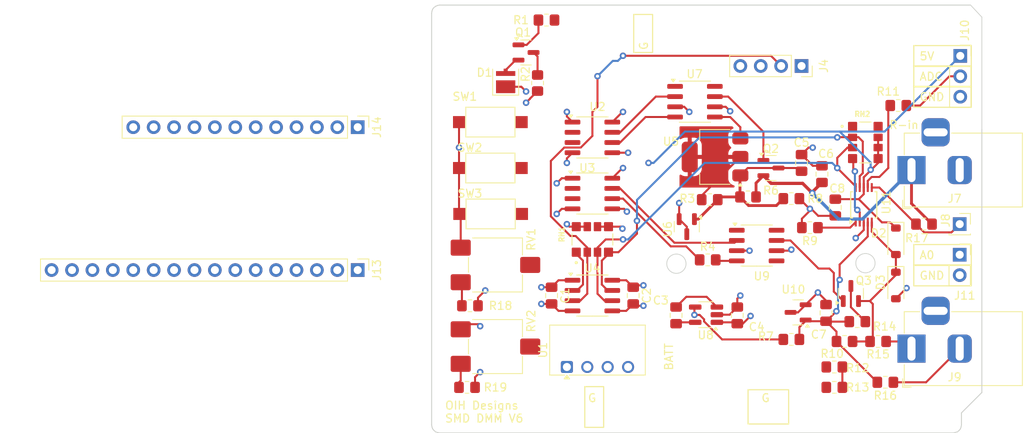
<source format=kicad_pcb>
(kicad_pcb (version 20241229) (generator "pcbnew") (generator_version "9.0")
  (layers (0 "F.Cu" signal) (4 "In1.Cu" signal) (6 "In2.Cu" signal) (2 "B.Cu" signal) (13 "F.Paste" user) (15 "B.Paste" user) (5 "F.SilkS" user "F.Silkscreen") (7 "B.SilkS" user "B.Silkscreen") (1 "F.Mask" user) (3 "B.Mask" user) (25 "Edge.Cuts" user))
  (net 0 "")
  (net 1 "GND")
  (net 2 "Resistor_Input")
  (net 3 "SDA")
  (net 4 "D6~")
  (net 5 "+9V")
  (net 6 "SCL")
  (net 7 "V_Input_REF")
  (net 8 "V_Input_Float")
  (net 9 "ADS_ADDR")
  (net 10 "/R Circuit I Output")
  (net 11 "ADS_ALERT")
  (net 12 "A0{slash}D14")
  (net 13 "D3~")
  (net 14 "VDD")
  (net 15 "I_Input")
  (net 16 "D5~ (IR)")
  (net 17 "A1{slash}D15")
  (net 18 "Net-(Q2-G)")
  (net 19 "A3{slash}D17")
  (net 20 "Bat")
  (net 21 "MO")
  (net 22 "D24")
  (net 24 "SDA-5V")
  (net 25 "SCL-5V")
  (net 26 "/R into ADS")
  (net 27 "D25")
  (net 28 "/Driver_U2_Out_B")
  (net 29 "/Driver_U4_Out_A")
  (net 30 "/Driver_U4_Out_B")
  (net 31 "/ADC-1")
  (net 32 "/V Ref to ADS-0")
  (net 33 "/Driver_U4_In_B")
  (net 34 "Gnd-iso")
  (net 35 "5V-iso")
  (net 36 "/Driver_U4_In_A")
  (net 37 "/Driver_U2_In_A")
  (net 38 "/Driver_U2_In_B")
  (net 39 "SCK")
  (net 40 "A2{slash}D16")
  (net 41 "RX")
  (net 42 "D8")
  (net 43 "D4")
  (net 44 "TX")
  (net 45 "MI")
  (net 46 "D10")
  (net 47 "D13")
  (net 48 "D12")
  (net 51 "Net-(U8-C1-)")
  (net 52 "Net-(U8-C1+)")
  (net 53 "Net-(D1-A)")
  (net 54 "D9")
  (net 55 "D11")
  (net 56 "USB")
  (net 57 "EN")
  (net 58 "Net-(J10-Pin_2)")
  (net 59 "Net-(Q1-C)")
  (net 60 "Net-(Q1-B)")
  (net 61 "Net-(Q3-D)")
  (net 62 "Net-(U5-VO)")
  (net 63 "Net-(U3-VOB)")
  (net 69 "Net-(R18-Pad1)")
  (net 70 "Net-(R19-Pad1)")
  (footprint "Capacitor_SMD:C_0805_2012Metric_Pad1.18x1.45mm_HandSolder" (layer "F.Cu") (at 128.660305 73.49413 90)
    (property "Reference" "C8")
    (property "Value" "0.1uF")
  )
  (footprint "Connector_PinHeader_2.54mm:PinHeader_1x12_P2.54mm_Vertical" (layer "F.Cu") (at 69.215 63.5 -90)
    (property "Reference" "J14")
    (property "Value" "Conn_01x12_Socket")
  )
  (footprint "Resistor_SMD:R_0805_2012Metric_Pad1.20x1.40mm_HandSolder" (layer "F.Cu") (at 128.54 95.88 180)
    (property "Reference" "R13")
    (property "Value" "100K")
  )
  (footprint "Connector_PinSocket_2.54mm:PinSocket_1x01_P2.54mm_Vertical" (layer "F.Cu") (at 144.145 75.565)
    (property "Reference" "J8")
    (property "Value" "Conn_01x01_Socket")
  )
  (footprint "Potentiometer_SMD:Potentiometer_ACP_CA6-VSMD_Vertical" (layer "F.Cu") (at 86.36 90.805)
    (property "Reference" "RV2")
    (property "Value" "R_Potentiometer_US")
  )
  (footprint "Package_SO:SOIC-8_3.9x4.9mm_P1.27mm" (layer "F.Cu") (at 98.425 71.755)
    (property "Reference" "U3")
    (property "Value" "ADuM1200AR")
  )
  (footprint "Resistor_SMD:R_0805_2012Metric_Pad1.20x1.40mm_HandSolder" (layer "F.Cu") (at 82.82 95.885)
    (property "Reference" "R19")
    (property "Value" "1K")
  )
  (footprint "Resistor_SMD:R_0805_2012Metric_Pad1.20x1.40mm_HandSolder" (layer "F.Cu") (at 123.19 89.916)
    (property "Reference" "R7")
    (property "Value" "4.7K")
  )
  (footprint "Package_TO_SOT_SMD:SOT-223-3_TabPin2" (layer "F.Cu") (at 113.69 67.19875 180)
    (property "Reference" "U5")
    (property "Value" "LM317_TO-220")
  )
  (footprint "Resistor_SMD:R_0805_2012Metric_Pad1.20x1.40mm_HandSolder" (layer "F.Cu") (at 125.5 76 180)
    (property "Reference" "R9")
    (property "Value" "0")
  )
  (footprint "Library:RESCAXS127P508X320X70-8N" (layer "F.Cu") (at 98.425 77.47 90)
    (property "Reference" "RN1")
    (property "Value" "10k x4")
  )
  (footprint "Package_SO:TSSOP-10_3x3mm_P0.5mm" (layer "F.Cu") (at 132.200305 73.15913 90)
    (property "Reference" "U11")
    (property "Value" "ADS1115IDGS")
  )
  (footprint "Resistor_SMD:R_0805_2012Metric_Pad1.20x1.40mm_HandSolder" (layer "F.Cu") (at 134.89 95.25 180)
    (property "Reference" "R16")
    (property "Value" "499.0K")
  )
  (footprint "Resistor_SMD:R_0805_2012Metric_Pad1.20x1.40mm_HandSolder" (layer "F.Cu") (at 129.81 90.17)
    (property "Reference" "R10")
    (property "Value" "1M")
  )
  (footprint "Package_TO_SOT_SMD:SOT-23" (layer "F.Cu") (at 124.0305 86.548 180)
    (property "Reference" "U10")
    (property "Value" "LM4040DBZ-2.5")
  )
  (footprint "Resistor_SMD:R_0805_2012Metric_Pad1.20x1.40mm_HandSolder" (layer "F.Cu") (at 128.54 93.345)
    (property "Reference" "R12")
    (property "Value" "22K")
  )
  (footprint "Connector_PinHeader_2.54mm:PinHeader_1x16_P2.54mm_Vertical" (layer "F.Cu") (at 69.215 81.28 -90)
    (property "Reference" "J13")
    (property "Value" "Conn_01x16_Socket")
  )
  (footprint "Connector_PinSocket_2.54mm:PinSocket_1x03_P2.54mm_Vertical" (layer "F.Cu") (at 144.215 54.625)
    (property "Reference" "J10")
    (property "Value" "I_Input")
  )
  (footprint "Resistor_SMD:R_0805_2012Metric_Pad1.20x1.40mm_HandSolder" (layer "F.Cu") (at 113.03 72.51875)
    (property "Reference" "R3")
    (property "Value" "62.0")
  )
  (footprint "Resistor_SMD:R_0805_2012Metric_Pad1.20x1.40mm_HandSolder" (layer "F.Cu") (at 117.795 72.17875)
    (property "Reference" "R6")
    (property "Value" "22.0K")
  )
  (footprint "Button_Switch_SMD:SW_SPST_CK_RS282G05A3" (layer "F.Cu") (at 85.762 74.295 180)
    (property "Reference" "SW3")
    (property "Value" "SW_Push")
  )
  (footprint "Resistor_SMD:R_0805_2012Metric_Pad1.20x1.40mm_HandSolder" (layer "F.Cu") (at 91.6 58 -90)
    (property "Reference" "R2")
    (property "Value" "500")
  )
  (footprint "Capacitor_SMD:C_0805_2012Metric_Pad1.18x1.45mm_HandSolder" (layer "F.Cu") (at 108.842903 86.919187 -90)
    (property "Reference" "C3")
    (property "Value" "4.7uF")
  )
  (footprint "Button_Switch_SMD:SW_SPST_CK_RS282G05A3" (layer "F.Cu") (at 85.725 68.58 180)
    (property "Reference" "SW2")
    (property "Value" "SW_Push")
  )
  (footprint "Package_TO_SOT_SMD:SOT-23" (layer "F.Cu") (at 110.175 75.88 -90)
    (property "Reference" "U6")
    (property "Value" "LM4040DBZ-5")
  )
  (footprint "Button_Switch_SMD:SW_SPST_CK_RS282G05A3" (layer "F.Cu") (at 85.725 62.865 180)
    (property "Reference" "SW1")
    (property "Value" "SW_Push")
  )
  (footprint "Capacitor_SMD:C_0805_2012Metric_Pad1.18x1.45mm_HandSolder" (layer "F.Cu") (at 93.345 84.455 -90)
    (property "Reference" "C1")
    (property "Value" "0.1uF")
  )
  (footprint "Connector_PinSocket_2.54mm:PinSocket_1x02_P2.54mm_Vertical" (layer "F.Cu") (at 144.145 79.375)
    (property "Reference" "J11")
    (property "Value" "Conn_01x02_Pin")
  )
  (footprint "Resistor_SMD:R_0805_2012Metric_Pad1.20x1.40mm_HandSolder" (layer "F.Cu") (at 133.985 90.17 180)
    (property "Reference" "R15")
    (property "Value" "499.0K")
  )
  (footprint "Resistor_SMD:R_0805_2012Metric_Pad1.20x1.40mm_HandSolder" (layer "F.Cu") (at 112.776 80.01)
    (property "Reference" "R4")
    (property "Value" "0")
  )
  (footprint "Capacitor_SMD:C_0805_2012Metric_Pad1.18x1.45mm_HandSolder" (layer "F.Cu") (at 103.505 84.455 -90)
    (property "Reference" "C2")
    (property "Value" "0.1uF")
  )
  (footprint "Resistor_SMD:R_0805_2012Metric_Pad1.20x1.40mm_HandSolder" (layer "F.Cu") (at 136.5 60.8)
    (property "Reference" "R11")
    (property "Value" "0")
  )
  (footprint "Package_TO_SOT_SMD:SOT-23-5_HandSoldering" (layer "F.Cu") (at 112.572903 86.836687 180)
    (property "Reference" "U8")
    (property "Value" "MAX1683")
  )
  (footprint "Connector_BarrelJack:BarrelJack_Horizontal" (layer "F.Cu") (at 138.145 91.06 180)
    (property "Reference" "J9")
    (property "Value" "Barrel_Jack")
  )
  (footprint "Package_SO:SOIC-8_3.9x4.9mm_P1.27mm" (layer "F.Cu") (at 118.872 78.232)
    (property "Reference" "U9")
    (property "Value" "IX4426N")
  )
  (footprint "Package_TO_SOT_SMD:SOT-23" (layer "F.Cu") (at 120.65 68.58)
    (property "Reference" "Q2")
    (property "Value" "AO3400A MOSFET")
  )
  (footprint "Diode_SMD:D_SOD-123" (layer "F.Cu") (at 136.2 77.7 -90)
    (property "Reference" "D2")
    (property "Value" "D_Schottky")
  )
  (footprint "Resistor_SMD:R_0805_2012Metric_Pad1.20x1.40mm_HandSolder" (layer "F.Cu") (at 123.19 72.39 180)
    (property "Reference" "R8")
    (property "Value" "330.0")
  )
  (footprint "Resistor_SMD:R_0805_2012Metric_Pad1.20x1.40mm_HandSolder" (layer "F.Cu") (at 131.4 87.7 180)
    (property "Reference" "R14")
    (property "Value" "15K")
  )
  (footprint "Capacitor_SMD:C_0805_2012Metric_Pad1.18x1.45mm_HandSolder" (layer "F.Cu") (at 116.462903 86.919187 90)
    (property "Reference" "C4")
    (property "Value" "4.7uF")
  )
  (footprint "Resistor_SMD:R_0805_2012Metric_Pad1.20x1.40mm_HandSolder" (layer "F.Cu") (at 139.7 75.565)
    (property "Reference" "R17")
    (property "Value" "0")
  )
  (footprint "Package_TO_SOT_SMD:SOT-23" (layer "F.Cu") (at 90.1625 54.2)
    (property "Reference" "Q1")
    (property "Value" "MMBT3904" (hide yes))
  )
  (footprint "Diode_SMD:D_SOD-123" (layer "F.Cu") (at 136.2 83.2 -90)
    (property "Reference" "D3")
    (property "Value" "D_Schottky")
  )
  (footprint "Package_TO_SOT_SMD:SOT-23" (layer "F.Cu") (at 130.6 84.2 90)
    (property "Reference" "Q3")
    (property "Value" "AO3400A MOSFET")
  )
  (footprint "Converter_DCDC:Converter_DCDC_TRACO_TEA1-xxxx_THT" (layer "F.Cu") (at 95.25 93.345 90)
    (property "Reference" "U1")
    (property "Value" "RFM-0505S")
  )
  (footprint "Capacitor_SMD:C_0805_2012Metric_Pad1.18x1.45mm_HandSolder" (layer "F.Cu") (at 124.46 67.945 90)
    (property "Reference" "C5")
    (property "Value" "1uF")
  )
  (footprint "Connector_BarrelJack:BarrelJack_Horizontal" (layer "F.Cu") (at 138.145 68.835 180)
    (property "Reference" "J7")
    (property "Value" "Barrel_Jack")
  )
  (footprint "Capacitor_SMD:C_0805_2012Metric_Pad1.18x1.45mm_HandSolder" (layer "F.Cu") (at 127 69.342 90)
    (property "Reference" "C6")
    (property "Value" "2.2uF")
  )
  (footprint "Resistor_SMD:R_0805_2012Metric_Pad1.20x1.40mm_HandSolder" (layer "F.Cu") (at 92.71 50.165 180)
    (property "Reference" "R1")
    (property "Value" "1K")
  )
  (footprint "Capacitor_SMD:C_0805_2012Metric_Pad1.18x1.45mm_HandSolder" (layer "F.Cu") (at 127.508 86.614 -90)
    (property "Reference" "C7")
    (property "Value" "0.1uF")
  )
  (footprint "Potentiometer_SMD:Potentiometer_ACP_CA6-VSMD_Vertical" (layer "F.Cu") (at 86.36 80.645)
    (property "Reference" "RV1")
    (property "Value" "06TR4FA103DPR")
  )
  (footprint "Connector_PinSocket_2.54mm:PinSocket_1x04_P2.54mm_Vertical" (layer "F.Cu") (at 124.46 55.88 -90)
    (property "Reference" "J4")
    (property "Value" "Out to Screen")
  )
  (footprint "LED_SMD:LED_Luminus_MP-3030-1100_3.0x3.0mm" (layer "F.Cu") (at 87.63 57.89 90)
    (property "Reference" "D1")
    (property "Value" "LED")
  )
  (footprint "Resistor_SMD:R_0805_2012Metric_Pad1.20x1.40mm_HandSolder" (layer "F.Cu") (at 83.185 85.725)
    (property "Reference" "R18")
    (property "Value" "1K")
  )
  (footprint "Package_SO:SOIC-8_3.9x4.9mm_P1.27mm" (layer "F.Cu") (at 98.425 84.455)
    (property "Reference" "U4")
    (property "Value" "ISO1540")
  )
  (footprint "Package_SO:SOIC-8_3.9x4.9mm_P1.27mm" (layer "F.Cu") (at 98.425 64.77)
    (property "Reference" "U2")
    (property "Value" "ADuM1200AR")
  )
  (footprint "Library:RESCAXS127P508X320X70-8N" (layer "F.Cu") (at 132.4 65.4)
    (property "Reference" "RN2")
    (property "Value" "1K x4")
  )
  (footprint "Package_SO:SOIC-8_3.9x4.9mm_P1.27mm" (layer "F.Cu") (at 111.19 60.325)
    (property "Reference" "U7")
    (property "Value" "IX4426N")
  )
  (gr_rect (start 138.43 78.105) (end 145.585 80.705) (stroke (width 0.15)) (fill no) (layer "F.SilkS"))
  (gr_rect (start 103.567758 49.467044) (end 105.91855 54.201136) (stroke (width 0.15)) (fill no) (layer "F.SilkS"))
  (gr_rect (start 138.43 80.645) (end 145.585 83.245) (stroke (width 0.15)) (fill no) (layer "F.SilkS"))
  (gr_rect (start 117.800432 96.176612) (end 122.849754 100.44112) (stroke (width 0.15)) (fill no) (layer "F.SilkS"))
  (gr_rect (start 97.477467 95.788603) (end 99.825034 100.86181) (stroke (width 0.15)) (fill no) (layer "F.SilkS"))
  (gr_rect (start 138.43 53.34) (end 145.585 55.94) (stroke (width 0.15)) (fill no) (layer "F.SilkS"))
  (gr_rect (start 138.43 55.88) (end 145.585 58.48) (stroke (width 0.15)) (fill no) (layer "F.SilkS"))
  (gr_rect (start 138.43 58.42) (end 145.585 61.02) (stroke (width 0.15)) (fill no) (layer "F.SilkS"))
  (gr_line (start 79.155572 48.342318) (end 79.409482 48.3) (stroke (width 0.12)) (layer "Edge.Cuts"))
  (gr_line (start 78.711229 48.596228) (end 78.922821 48.448114) (stroke (width 0.12)) (layer "Edge.Cuts"))
  (gr_line (start 78.922821 101.423045) (end 78.711229 101.253771) (stroke (width 0.12)) (layer "Edge.Cuts"))
  (gr_line (start 146.899617 96.521794) (end 144.360514 99.060897) (stroke (width 0.12)) (layer "Edge.Cuts"))
  (gr_line (start 79.409482 48.3) (end 145.5 48.3) (stroke (width 0.12)) (layer "Edge.Cuts"))
  (gr_line (start 79.155572 101.507681) (end 78.922821 101.423045) (stroke (width 0.12)) (layer "Edge.Cuts"))
  (gr_line (start 144.318196 100.809428) (end 144.233559 101.042179) (stroke (width 0.12)) (layer "Edge.Cuts"))
  (gr_line (start 144.233559 101.042179) (end 144.064285 101.253771) (stroke (width 0.12)) (layer "Edge.Cuts"))
  (gr_line (start 78.415 49.315641) (end 78.457318 49.040571) (stroke (width 0.12)) (layer "Edge.Cuts"))
  (gr_line (start 144.360514 99.060897) (end 144.360514 100.555518) (stroke (width 0.12)) (layer "Edge.Cuts"))
  (gr_line (start 145.5 48.3) (end 146.9 49.8) (stroke (width 0.1)) (layer "Edge.Cuts"))
  (gr_line (start 78.457318 100.809428) (end 78.415 100.555518) (stroke (width 0.12)) (layer "Edge.Cuts"))
  (gr_line (start 143.852694 101.423045) (end 143.366032 101.55) (stroke (width 0.12)) (layer "Edge.Cuts"))
  (gr_line (start 144.064285 101.253771) (end 143.852694 101.423045) (stroke (width 0.12)) (layer "Edge.Cuts"))
  (gr_line (start 78.711229 101.253771) (end 78.541955 101.042179) (stroke (width 0.12)) (layer "Edge.Cuts"))
  (gr_line (start 79.409482 101.55) (end 79.155572 101.507681) (stroke (width 0.12)) (layer "Edge.Cuts"))
  (gr_circle (center 108.880463 80.491437) (end 110.080463 80.491437) (stroke (width 0.1)) (fill no) (layer "Edge.Cuts"))
  (gr_line (start 144.360514 100.555518) (end 144.318196 100.809428) (stroke (width 0.12)) (layer "Edge.Cuts"))
  (gr_line (start 78.415 100.555518) (end 78.415 49.315641) (stroke (width 0.12)) (layer "Edge.Cuts"))
  (gr_circle (center 132.410332 80.422661) (end 133.610332 80.422661) (stroke (width 0.1)) (fill no) (layer "Edge.Cuts"))
  (gr_line (start 143.366032 101.55) (end 79.409482 101.55) (stroke (width 0.12)) (layer "Edge.Cuts"))
  (gr_line (start 78.541955 48.80782) (end 78.711229 48.596228) (stroke (width 0.12)) (layer "Edge.Cuts"))
  (gr_line (start 78.541955 101.042179) (end 78.457318 100.809428) (stroke (width 0.12)) (layer "Edge.Cuts"))
  (gr_line (start 146.9 49.8) (end 146.899617 63.788527) (stroke (width 0.1)) (layer "Edge.Cuts"))
  (gr_line (start 78.922821 48.448114) (end 79.155572 48.342318) (stroke (width 0.12)) (layer "Edge.Cuts"))
  (gr_line (start 78.457318 49.040571) (end 78.541955 48.80782) (stroke (width 0.12)) (layer "Edge.Cuts"))
  (gr_line (start 146.899617 63.788527) (end 146.899617 96.521794) (stroke (width 0.12)) (layer "Edge.Cuts"))
  (gr_text "ADC" (at 139.065 57.785 0) (layer "F.SilkS") (effects (font (size 1 1)) (justify left bottom)))
  (gr_text "G" (at 97.79 97.79 0) (layer "F.SilkS") (effects (font (size 1 1)) (justify left bottom)))
  (gr_text "G" (at 105.41 53.975 90) (layer "F.SilkS") (effects (font (size 1 1)) (justify left bottom)))
  (gr_text "R-in" (at 135.3 63.8 0) (layer "F.SilkS") (effects (font (size 1 1)) (justify left bottom)))
  (gr_text "5V" (at 139.065 55.245 0) (layer "F.SilkS") (effects (font (size 1 1)) (justify left bottom)))
  (gr_text "GND" (at 139.065 82.55 0) (layer "F.SilkS") (effects (font (size 1 1)) (justify left bottom)))
  (gr_text "G" (at 119.38 97.79 0) (layer "F.SilkS") (effects (font (size 1 1)) (justify left bottom)))
  (gr_text "A0" (at 139.065 80.01 0) (layer "F.SilkS") (effects (font (size 1 1)) (justify left bottom)))
  (gr_text "BATT" (at 107.95 92.075 90) (layer "F.SilkS") (effects (font (size 1 1))))
  (gr_text "GND" (at 139.065 60.325 0) (layer "F.SilkS") (effects (font (size 1 1)) (justify left bottom)))
  (gr_text "OIH Designs\nSMD DMM V6" (at 80.01 100.33 0) (layer "F.SilkS") (effects (font (size 1 1)) (justify left bottom)))
  (segment (start 87.63 58.465) (end 89.58 58.465) (width 0.25) (layer "F.Cu") (net 1))
  (segment (start 95.95 73.66) (end 94.615 73.66) (width 0.25) (layer "F.Cu") (net 1))
  (segment (start 84.21 88.02) (end 84.455 88.265) (width 0.25) (layer "F.Cu") (net 1))
  (segment (start 89.58 58.465) (end 90.17 59.055) (width 0.25) (layer "F.Cu") (net 1))
  (segment (start 81.825 66.04) (end 81.825 74.258) (width 0.25) (layer "F.Cu") (net 1))
  (segment (start 94.2125 86.36) (end 95.95 86.36) (width 0.25) (layer "F.Cu") (net 1))
  (segment (start 82.035 79.13) (end 82.035 74.468) (width 0.25) (layer "F.Cu") (net 1))
  (segment (start 95.95 66.675) (end 95.25 67.375) (width 0.25) (layer "F.Cu") (net 1))
  (segment (start 94.615 73.66) (end 93.98 74.295) (width 0.25) (layer "F.Cu") (net 1))
  (segment (start 93.345 85.4925) (end 94.2125 86.36) (width 0.25) (layer "F.Cu") (net 1))
  (segment (start 82.035 88.02) (end 84.21 88.02) (width 0.25) (layer "F.Cu") (net 1))
  (segment (start 81.825 62.865) (end 81.825 66.04) (width 0.25) (layer "F.Cu") (net 1))
  (segment (start 92.075 85.4925) (end 93.345 85.4925) (width 0.25) (layer "F.Cu") (net 1))
  (segment (start 95.25 67.375) (end 95.25 67.945) (width 0.25) (layer "F.Cu") (net 1))
  (via (at 93.98 74.295) (size 0.8) (drill 0.4) (layers "F.Cu" "B.Cu") (net 1))
  (via (at 95.25 67.945) (size 0.8) (drill 0.4) (layers "F.Cu" "B.Cu") (net 1))
  (via (at 84.455 88.265) (size 0.8) (drill 0.4) (layers "F.Cu" "B.Cu") (net 1))
  (via (at 81.825 66.04) (size 0.8) (drill 0.4) (layers "F.Cu" "B.Cu") (net 1))
  (via (at 92.075 85.4925) (size 0.8) (drill 0.4) (layers "F.Cu" "B.Cu") (net 1))
  (via (at 90.17 59.055) (size 0.8) (drill 0.4) (layers "F.Cu" "B.Cu") (net 1))
  (segment (start 118.795 70.4475) (end 118.795 72.17875) (width 0.35) (layer "F.Cu") (net 2))
  (segment (start 138.145 73.01) (end 138.145 68.835) (width 0.35) (layer "F.Cu") (net 2))
  (segment (start 124.594875 70.492875) (end 120.675375 70.492875) (width 0.4) (layer "F.Cu") (net 2))
  (segment (start 125.7935 71.6915) (end 125.857 71.628) (width 0.4) (layer "F.Cu") (net 2))
  (segment (start 120.675375 70.492875) (end 119.7125 69.53) (width 0.4) (layer "F.Cu") (net 2))
  (segment (start 125.7935 71.6915) (end 124.594875 70.492875) (width 0.4) (layer "F.Cu") (net 2))
  (segment (start 125.857 71.5225) (end 127 70.3795) (width 0.4) (layer "F.Cu") (net 2))
  (segment (start 125.857 71.628) (end 125.857 71.5225) (width 0.4) (layer "F.Cu") (net 2))
  (segment (start 140.7 75.565) (end 138.145 73.01) (width 0.35) (layer "F.Cu") (net 2))
  (segment (start 119.7125 69.53) (end 118.795 70.4475) (width 0.35) (layer "F.Cu") (net 2))
  (via (at 125.7935 71.6915) (size 0.8) (drill 0.4) (layers "F.Cu" "B.Cu") (net 2))
  (segment (start 125.7935 71.6915) (end 129.032 74.93) (width 0.4) (layer "B.Cu") (net 2))
  (segment (start 129.032 74.93) (end 132.05 74.93) (width 0.4) (layer "B.Cu") (net 2))
  (segment (start 132.05 74.93) (end 138.145 68.835) (width 0.4) (layer "B.Cu") (net 2))
  (segment (start 97.251 83.089) (end 96.52 83.82) (width 0.25) (layer "F.Cu") (net 3))
  (segment (start 96.42 79.275) (end 97.251 80.106) (width 0.25) (layer "F.Cu") (net 3))
  (segment (start 97.251 80.106) (end 97.251 83.089) (width 0.25) (layer "F.Cu") (net 3))
  (segment (start 116.462903 85.881687) (end 115.507903 86.836687) (width 0.25) (layer "F.Cu") (net 5))
  (segment (start 116.462903 85.881687) (end 116.462903 84.832097) (width 0.25) (layer "F.Cu") (net 5))
  (segment (start 115.507903 86.836687) (end 113.922903 86.836687) (width 0.25) (layer "F.Cu") (net 5))
  (segment (start 123.063 78.867) (end 123.19 78.74) (width 0.25) (layer "F.Cu") (net 5))
  (segment (start 116.462903 84.832097) (end 116.84 84.455) (width 0.25) (layer "F.Cu") (net 5))
  (segment (start 113.665 60.96) (end 115.025 60.96) (width 0.25) (layer "F.Cu") (net 5))
  (segment (start 115.025 60.96) (end 115.57 61.505) (width 0.25) (layer "F.Cu") (net 5))
  (segment (start 121.347 78.867) (end 123.063 78.867) (width 0.25) (layer "F.Cu") (net 5))
  (via (at 115.57 61.505) (size 0.8) (drill 0.4) (layers "F.Cu" "B.Cu") (net 5))
  (via (at 123.19 78.74) (size 0.8) (drill 0.4) (layers "F.Cu" "B.Cu") (net 5))
  (via (at 116.84 84.455) (size 0.8) (drill 0.4) (layers "F.Cu" "B.Cu") (net 5))
  (segment (start 95.701875 77.043595) (end 93.254 74.59572) (width 0.25) (layer "F.Cu") (net 6))
  (segment (start 93.254 67.700678) (end 94.923678 66.031) (width 0.25) (layer "F.Cu") (net 6))
  (segment (start 98.425 61.595) (end 99.06 60.96) (width 0.25) (layer "F.Cu") (net 6))
  (segment (start 98.425 64.582322) (end 98.425 61.595) (width 0.25) (layer "F.Cu") (net 6))
  (segment (start 94.923678 66.031) (end 96.976322 66.031) (width 0.25) (layer "F.Cu") (net 6))
  (segment (start 97.79 84.224999) (end 96.924999 85.09) (width 0.25) (layer "F.Cu") (net 6))
  (segment (start 97.79 79.06) (end 97.79 84.224999) (width 0.25) (layer "F.Cu") (net 6))
  (segment (start 96.343595 77.043595) (end 95.701875 77.043595) (width 0.25) (layer "F.Cu") (net 6))
  (segment (start 120.65 54.61) (end 121.92 55.88) (width 0.25) (layer "F.Cu") (net 6))
  (segment (start 96.976322 66.031) (end 98.425 64.582322) (width 0.25) (layer "F.Cu") (net 6))
  (segment (start 102.235 54.61) (end 120.65 54.61) (width 0.25) (layer "F.Cu") (net 6))
  (segment (start 96.924999 85.09) (end 95.95 85.09) (width 0.25) (layer "F.Cu") (net 6))
  (segment (start 97.79 78.49) (end 96.343595 77.043595) (width 0.25) (layer "F.Cu") (net 6))
  (segment (start 93.254 74.59572) (end 93.254 67.700678) (width 0.25) (layer "F.Cu") (net 6))
  (segment (start 99.06 60.96) (end 99.06 57.15) (width 0.25) (layer "F.Cu") (net 6))
  (segment (start 97.79 79.06) (end 97.79 78.49) (width 0.25) (layer "F.Cu") (net 6))
  (via (at 99.06 57.15) (size 0.8) (drill 0.4) (layers "F.Cu" "B.Cu") (net 6))
  (via (at 102.235 54.61) (size 0.8) (drill 0.4) (layers "F.Cu" "B.Cu") (net 6))
  (segment (start 101.6 55.245) (end 100.965 55.245) (width 0.25) (layer "B.Cu") (net 6))
  (segment (start 100.965 55.245) (end 99.06 57.15) (width 0.25) (layer "B.Cu") (net 6))
  (segment (start 102.235 54.61) (end 101.6 55.245) (width 0.25) (layer "B.Cu") (net 6))
  (segment (start 139.955 95.25) (end 144.145 91.06) (width 0.25) (layer "F.Cu") (net 7))
  (segment (start 135.89 95.25) (end 139.955 95.25) (width 0.25) (layer "F.Cu") (net 7))
  (segment (start 134.985 90.17) (end 137.255 90.17) (width 0.25) (layer "F.Cu") (net 8))
  (segment (start 130.509435 76) (end 131.200305 75.30913) (width 0.25) (layer "F.Cu") (net 9))
  (segment (start 126.5 76) (end 130.509435 76) (width 0.25) (layer "F.Cu") (net 9))
  (segment (start 111.60625 74.9425) (end 111.125 74.9425) (width 0.35) (layer "F.Cu") (net 10))
  (segment (start 117.87 73.25375) (end 116.795 72.17875) (width 0.35) (layer "F.Cu") (net 10))
  (segment (start 121.5875 68.58) (end 124.0575 68.58) (width 0.25) (layer "F.Cu") (net 10))
  (segment (start 121.32625 73.25375) (end 117.87 73.25375) (width 0.35) (layer "F.Cu") (net 10))
  (segment (start 116.795 72.17875) (end 116.795 69.54375) (width 0.35) (layer "F.Cu") (net 10))
  (segment (start 121.5875 68.58) (end 117.75875 68.58) (width 0.25) (layer "F.Cu") (net 10))
  (segment (start 122.19 72.39) (end 121.32625 73.25375) (width 0.35) (layer "F.Cu") (net 10))
  (segment (start 117.75875 68.58) (end 116.84 69.49875) (width 0.25) (layer "F.Cu") (net 10))
  (segment (start 116.795 72.17875) (end 114.37 72.17875) (width 0.35) (layer "F.Cu") (net 10))
  (segment (start 114.03 72.51875) (end 111.60625 74.9425) (width 0.35) (layer "F.Cu") (net 10))
  (segment (start 131.700305 74.100305) (end 131.700305 75.30913) (width 0.25) (layer "F.Cu") (net 11))
  (segment (start 130.9 68.8) (end 130.9 67.4) (width 0.25) (layer "F.Cu") (net 11))
  (segment (start 131.4 73.8) (end 131.700305 74.100305) (width 0.25) (layer "F.Cu") (net 11))
  (segment (start 131.1 69) (end 130.9 68.8) (width 0.25) (layer "F.Cu") (net 11))
  (via (at 131.1 69) (size 0.8) (drill 0.4) (layers "F.Cu" "B.Cu") (net 11))
  (via (at 131.4 73.8) (size 0.8) (drill 0.4) (layers "F.Cu" "B.Cu") (net 11))
  (segment (start 131.1 69) (end 131.1 73.5) (width 0.25) (layer "B.Cu") (net 11))
  (segment (start 131.1 73.5) (end 131.4 73.8) (width 0.25) (layer "B.Cu") (net 11))
  (segment (start 84.185 84.725) (end 85.09 83.82) (width 0.25) (layer "F.Cu") (net 14))
  (segment (start 84.185 85.725) (end 84.185 84.725) (width 0.25) (layer "F.Cu") (net 14))
  (segment (start 93.345 83.4175) (end 94.2125 82.55) (width 0.25) (layer "F.Cu") (net 14))
  (segment (start 83.82 94.615) (end 84.455 93.98) (width 0.25) (layer "F.Cu") (net 14))
  (segment (start 83.82 95.885) (end 83.82 94.615) (width 0.25) (layer "F.Cu") (net 14))
  (segment (start 95.25 62.165) (end 95.25 61.595) (width 0.25) (layer "F.Cu") (net 14))
  (segment (start 97.79 75.88) (end 96.42 75.88) (width 0.25) (layer "F.Cu") (net 14))
  (segment (start 94.615 69.85) (end 93.98 70.485) (width 0.25) (layer "F.Cu") (net 14))
  (segment (start 91.6 59) (end 90.656 59.944) (width 0.25) (layer "F.Cu") (net 14))
  (segment (start 90.656 59.944) (end 90.656 59.966) (width 0.25) (layer "F.Cu") (net 14))
  (segment (start 96.42 75.88) (end 95.565 75.88) (width 0.25) (layer "F.Cu") (net 14))
  (segment (start 95.565 75.88) (end 95.25 75.565) (width 0.25) (layer "F.Cu") (net 14))
  (segment (start 90.656 59.966) (end 90.17 60.452) (width 0.25) (layer "F.Cu") (net 14))
  (segment (start 94.2125 82.55) (end 95.95 82.55) (width 0.25) (layer "F.Cu") (net 14))
  (segment (start 95.95 62.865) (end 95.25 62.165) (width 0.25) (layer "F.Cu") (net 14))
  (segment (start 95.95 69.85) (end 94.615 69.85) (width 0.25) (layer "F.Cu") (net 14))
  (segment (start 92.075 83.4175) (end 93.345 83.4175) (width 0.25) (layer "F.Cu") (net 14))
  (via (at 85.09 83.82) (size 0.8) (drill 0.4) (layers "F.Cu" "B.Cu") (net 14))
  (via (at 92.075 83.4175) (size 0.8) (drill 0.4) (layers "F.Cu" "B.Cu") (net 14))
  (via (at 84.455 93.98) (size 0.8) (drill 0.4) (layers "F.Cu" "B.Cu") (net 14))
  (via (at 90.17 60.452) (size 0.8) (drill 0.4) (layers "F.Cu" "B.Cu") (net 14))
  (via (at 95.25 75.565) (size 0.8) (drill 0.4) (layers "F.Cu" "B.Cu") (net 14))
  (via (at 93.98 70.485) (size 0.8) (drill 0.4) (layers "F.Cu" "B.Cu") (net 14))
  (via (at 95.25 61.595) (size 0.8) (drill 0.4) (layers "F.Cu" "B.Cu") (net 14))
  (segment (start 132.700305 70.184129) (end 132.700305 71.00913) (width 0.25) (layer "F.Cu") (net 15))
  (segment (start 135.255 61.045) (end 135.255 68.58) (width 0.25) (layer "F.Cu") (net 15))
  (segment (start 133.192217 69.692217) (end 132.700305 70.184129) (width 0.25) (layer "F.Cu") (net 15))
  (segment (start 135.255 68.58) (end 134.142783 69.692217) (width 0.25) (layer "F.Cu") (net 15))
  (segment (start 134.142783 69.692217) (end 133.192217 69.692217) (width 0.25) (layer "F.Cu") (net 15))
  (segment (start 119.7125 64.07578) (end 119.7125 67.63) (width 0.25) (layer "F.Cu") (net 18))
  (segment (start 115.32672 59.69) (end 119.7125 64.07578) (width 0.25) (layer "F.Cu") (net 18))
  (segment (start 113.665 59.69) (end 115.32672 59.69) (width 0.25) (layer "F.Cu") (net 18))
  (segment (start 129.54 93.345) (end 129.54 95.88) (width 0.25) (layer "F.Cu") (net 19))
  (segment (start 131.700305 71.00913) (end 131.700305 69.594695) (width 0.25) (layer "F.Cu") (net 24))
  (segment (start 99.599 83.089) (end 100.33 83.82) (width 0.25) (layer "F.Cu") (net 24))
  (segment (start 132.08 69.215) (end 132.08 65.28) (width 0.25) (layer "F.Cu") (net 24))
  (segment (start 131.54 64.74) (end 128.935 64.74) (width 0.25) (layer "F.Cu") (net 24))
  (segment (start 132.08 65.28) (end 131.54 64.74) (width 0.25) (layer "F.Cu") (net 24))
  (segment (start 100.43 79.275) (end 99.599 80.106) (width 0.25) (layer "F.Cu") (net 24))
  (segment (start 103.971847 76.759873) (end 101.67172 79.06) (width 0.25) (layer "F.Cu") (net 24))
  (segment (start 128.935 64.74) (end 128.905 64.77) (width 0.25) (layer "F.Cu") (net 24))
  (segment (start 131.700305 69.594695) (end 132.08 69.215) (width 0.25) (layer "F.Cu") (net 24))
  (segment (start 103.971847 75.152153) (end 103.971847 76.759873) (width 0.25) (layer "F.Cu") (net 24))
  (segment (start 99.599 80.106) (end 99.599 83.089) (width 0.25) (layer "F.Cu") (net 24))
  (segment (start 101.67172 79.06) (end 100.43 79.06) (width 0.25) (layer "F.Cu") (net 24))
  (via (at 128.905 64.77) (size 0.8) (drill 0.4) (layers "F.Cu" "B.Cu") (net 24))
  (via (at 103.971847 75.152153) (size 0.8) (drill 0.4) (layers "F.Cu" "B.Cu") (net 24))
  (segment (start 103.971847 72.558153) (end 111.76 64.77) (width 0.25) (layer "B.Cu") (net 24))
  (segment (start 111.76 64.77) (end 128.905 64.77) (width 0.25) (layer "B.Cu") (net 24))
  (segment (start 103.971847 75.152153) (end 103.971847 72.558153) (width 0.25) (layer "B.Cu") (net 24))
  (segment (start 102.235 77.47) (end 100.08 77.47) (width 0.25) (layer "F.Cu") (net 25))
  (segment (start 128.905 68.58) (end 128.905 67.31) (width 0.25) (layer "F.Cu") (net 25))
  (segment (start 99.06 84.224999) (end 99.925001 85.09) (width 0.25) (layer "F.Cu") (net 25))
  (segment (start 99.925001 85.09) (end 100.9 85.09) (width 0.25) (layer "F.Cu") (net 25))
  (segment (start 99.06 78.49) (end 99.06 79.06) (width 0.25) (layer "F.Cu") (net 25))
  (segment (start 131.200305 70.875305) (end 128.905 68.58) (width 0.25) (layer "F.Cu") (net 25))
  (segment (start 130.18 66.035) (end 130.81 66.035) (width 0.25) (layer "F.Cu") (net 25))
  (segment (start 99.06 79.06) (end 99.06 84.224999) (width 0.25) (layer "F.Cu") (net 25))
  (segment (start 128.905 67.31) (end 130.18 66.035) (width 0.25) (layer "F.Cu") (net 25))
  (segment (start 100.08 77.47) (end 99.06 78.49) (width 0.25) (layer "F.Cu") (net 25))
  (via (at 102.235 77.47) (size 0.8) (drill 0.4) (layers "F.Cu" "B.Cu") (net 25))
  (via (at 128.905 68.58) (size 0.8) (drill 0.4) (layers "F.Cu" "B.Cu") (net 25))
  (segment (start 102.235 77.47) (end 102.87 77.47) (width 0.25) (layer "B.Cu") (net 25))
  (segment (start 128.27 67.945) (end 128.905 68.58) (width 0.25) (layer "B.Cu") (net 25))
  (segment (start 112.395 67.945) (end 128.27 67.945) (width 0.25) (layer "B.Cu") (net 25))
  (segment (start 102.87 77.47) (end 112.395 67.945) (width 0.25) (layer "B.Cu") (net 25))
  (segment (start 138.7 75.565) (end 139.725 76.59) (width 0.25) (layer "F.Cu") (net 26))
  (segment (start 134.14413 71.00913) (end 138.7 75.565) (width 0.25) (layer "F.Cu") (net 26))
  (segment (start 143.12 76.59) (end 144.145 75.565) (width 0.25) (layer "F.Cu") (net 26))
  (segment (start 139.725 76.59) (end 143.12 76.59) (width 0.25) (layer "F.Cu") (net 26))
  (segment (start 133.200305 71.00913) (end 134.14413 71.00913) (width 0.25) (layer "F.Cu") (net 26))
  (segment (start 116.84 63.5) (end 116.84 64.89875) (width 0.25) (layer "F.Cu") (net 28))
  (segment (start 113.665 62.23) (end 115.57 62.23) (width 0.25) (layer "F.Cu") (net 28))
  (segment (start 115.57 62.23) (end 116.84 63.5) (width 0.25) (layer "F.Cu") (net 28))
  (segment (start 123.07372 77.597) (end 126.57072 81.094) (width 0.25) (layer "F.Cu") (net 29))
  (segment (start 128.474 81.64) (end 128.474 83.9615) (width 0.25) (layer "F.Cu") (net 29))
  (segment (start 121.347 77.597) (end 123.07372 77.597) (width 0.25) (layer "F.Cu") (net 29))
  (segment (start 128.474 83.9615) (end 129.65 85.1375) (width 0.25) (layer "F.Cu") (net 29))
  (segment (start 126.57072 81.094) (end 127.928 81.094) (width 0.25) (layer "F.Cu") (net 29))
  (segment (start 127.928 81.094) (end 128.474 81.64) (width 0.25) (layer "F.Cu") (net 29))
  (segment (start 131.55 85.1375) (end 132.9625 85.1375) (width 0.25) (layer "F.Cu") (net 31))
  (segment (start 133.200305 75.30913) (end 133.200305 76.500305) (width 0.25) (layer "F.Cu") (net 31))
  (segment (start 130.81 90.17) (end 132.985 90.17) (width 0.25) (layer "F.Cu") (net 31))
  (segment (start 133.200305 76.500305) (end 136.05 79.35) (width 0.25) (layer "F.Cu") (net 31))
  (segment (start 136.2 81.9) (end 136.2 81.55) (width 0.25) (layer "F.Cu") (net 31))
  (segment (start 136.2 81.55) (end 136.2 79.35) (width 0.25) (layer "F.Cu") (net 31))
  (segment (start 132.9625 85.1375) (end 133.326 85.501) (width 0.25) (layer "F.Cu") (net 31))
  (segment (start 133.326 85.501) (end 133.326 89.829) (width 0.25) (layer "F.Cu") (net 31))
  (segment (start 132.9625 85.1375) (end 136.2 81.9) (width 0.25) (layer "F.Cu") (net 31))
  (segment (start 124.19 89.916) (end 124.19 88.39) (width 0.25) (layer "F.Cu") (net 32))
  (segment (start 124.9285 87.6515) (end 127.508 87.6515) (width 0.25) (layer "F.Cu") (net 32))
  (segment (start 129.2 80.6) (end 129.2 82.5) (width 0.25) (layer "F.Cu") (net 32))
  (segment (start 130.4 87.7) (end 127.5565 87.7) (width 0.25) (layer "F.Cu") (net 32))
  (segment (start 128.81 88.9535) (end 127.508 87.6515) (width 0.25) (layer "F.Cu") (net 32))
  (segment (start 128.8 86.4) (end 127.5485 87.6515) (width 0.25) (layer "F.Cu") (net 32))
  (segment (start 128.81 90.17) (end 128.81 88.9535) (width 0.25) (layer "F.Cu") (net 32))
  (segment (start 132.700305 75.30913) (end 132.700305 77.099695) (width 0.25) (layer "F.Cu") (net 32))
  (segment (start 133.89 95.25) (end 128.81 90.17) (width 0.25) (layer "F.Cu") (net 32))
  (segment (start 132.700305 77.099695) (end 129.2 80.6) (width 0.25) (layer "F.Cu") (net 32))
  (segment (start 124.19 88.39) (end 124.9285 87.6515) (width 0.25) (layer "F.Cu") (net 32))
  (via (at 128.8 86.4) (size 0.8) (drill 0.4) (layers "F.Cu" "B.Cu") (net 32))
  (via (at 129.2 82.5) (size 0.8) (drill 0.4) (layers "F.Cu" "B.Cu") (net 32))
  (segment (start 128.8 86.4) (end 129 86.2) (width 0.25) (layer "B.Cu") (net 32))
  (segment (start 129 82.7) (end 129.2 82.5) (width 0.25) (layer "B.Cu") (net 32))
  (segment (start 129 86.2) (end 129 82.7) (width 0.25) (layer "B.Cu") (net 32))
  (segment (start 116.397 80.137) (end 113.903 80.137) (width 0.25) (layer "F.Cu") (net 33))
  (segment (start 116.397 78.867) (end 117.983 78.867) (width 0.25) (layer "F.Cu") (net 34))
  (segment (start 104.775 85.725) (end 103.7375 85.725) (width 0.25) (layer "F.Cu") (net 34))
  (segment (start 125.66 73.66) (end 126.53163 74.53163) (width 0.25) (layer "F.Cu") (net 34))
  (segment (start 125.3275 66.04) (end 124.46 66.9075) (width 0.25) (layer "F.Cu") (net 34))
  (segment (start 125.84625 66.04) (end 125.3275 66.04) (width 0.25) (layer "F.Cu") (net 34))
  (segment (start 100.9 66.675) (end 102.87 66.675) (width 0.25) (layer "F.Cu") (net 34))
  (segment (start 126.492 84.074) (end 127.508 85.09) (width 0.25) (layer "F.Cu") (net 34))
  (segment (start 124.018 86.548) (end 124.968 85.598) (width 0.25) (layer "F.Cu") (net 34))
  (segment (start 132.200305 76.299695) (end 131.2 77.3) (width 0.25) (layer "F.Cu") (net 34))
  (segment (start 125.5 73.89) (end 124.5 74.89) (width 0.25) (layer "F.Cu") (net 34))
  (segment (start 125.5 73.66) (end 125.46 73.66) (width 0.25) (layer "F.Cu") (net 34))
  (segment (start 102.374421 73.66) (end 100.9 73.66) (width 0.25) (layer "F.Cu") (net 34))
  (segment (start 123.093 86.548) (end 124.018 86.548) (width 0.25) (layer "F.Cu") (net 34))
  (segment (start 109.225 73.02) (end 109.225 72.935) (width 0.25) (layer "F.Cu") (net 34))
  (segment (start 109.225 73.03) (end 109.22 73.025) (width 0.25) (layer "F.Cu") (net 34))
  (segment (start 127 68.3045) (end 125.857 68.3045) (width 0.25) (layer "F.Cu") (net 34))
  (segment (start 109.225 74.9425) (end 109.225 73.03) (width 0.25) (layer "F.Cu") (net 34))
  (segment (start 110.175 76.8175) (end 110.175 75.8925) (width 0.25) (layer "F.Cu") (net 34))
  (segment (start 100.9 86.36) (end 102.6375 86.36) (width 0.25) (layer "F.Cu") (net 34))
  (segment (start 127.508 85.09) (end 127.508 85.5765) (width 0.25) (layer "F.Cu") (net 34))
  (segment (start 132.200305 75.30913) (end 132.200305 76.299695) (width 0.25) (layer "F.Cu") (net 34))
  (segment (start 125.5 73.66) (end 125.5 73.89) (width 0.25) (layer "F.Cu") (net 34))
  (segment (start 125.5 73.66) (end 125.66 73.66) (width 0.25) (layer "F.Cu") (net 34))
  (segment (start 126.53163 74.53163) (end 128.660305 74.53163) (width 0.25) (layer "F.Cu") (net 34))
  (segment (start 126.492 84.074) (end 124.968 85.598) (width 0.25) (layer "F.Cu") (net 34))
  (segment (start 110.175 75.8925) (end 109.225 74.9425) (width 0.25) (layer "F.Cu") (net 34))
  (segment (start 125.857 68.3045) (end 124.46 66.9075) (width 0.25) (layer "F.Cu") (net 34))
  (segment (start 109.22 73.025) (end 109.225 73.02) (width 0.25) (layer "F.Cu") (net 34))
  (segment (start 113.922903 87.786687) (end 116.292903 87.786687) (width 0.25) (layer "F.Cu") (net 34))
  (segment (start 108.715 60.96) (end 109.855 60.96) (width 0.25) (layer "F.Cu") (net 34))
  (segment (start 117.148313 87.956687) (end 118.11 86.995) (width 0.25) (layer "F.Cu") (net 34))
  (segment (start 102.6375 86.36) (end 103.505 85.4925) (width 0.25) (layer "F.Cu") (net 34))
  (segment (start 109.855 60.96) (end 110.49 61.595) (width 0.25) (layer "F.Cu") (net 34))
  (segment (start 102.719543 74.005122) (end 102.374421 73.66) (width 0.25) (layer "F.Cu") (net 34))
  (segment (start 136.2 84.85) (end 137.525 83.525) (width 0.25) (layer "F.Cu") (net 34))
  (segment (start 125.46 73.66) (end 124.19 72.39) (width 0.25) (layer "F.Cu") (net 34))
  (segment (start 116.462903 87.956687) (end 117.148313 87.956687) (width 0.25) (layer "F.Cu") (net 34))
  (segment (start 124.5 74.89) (end 124.5 76) (width 0.25) (layer "F.Cu") (net 34))
  (via (at 137.525 83.525) (size 0.8) (drill 0.4) (layers "F.Cu" "B.Cu") (net 34))
  (via (at 102.87 66.675) (size 0.8) (drill 0.4) (layers "F.Cu" "B.Cu") (net 34))
  (via (at 102.719543 74.005122) (size 0.8) (drill 0.4) (layers "F.Cu" "B.Cu") (net 34))
  (via (at 104.775 85.725) (size 0.8) (drill 0.4) (layers "F.Cu" "B.Cu") (net 34))
  (via (at 110.49 61.595) (size 0.8) (drill 0.4) (layers "F.Cu" "B.Cu") (net 34))
  (via (at 118.11 86.995) (size 0.8) (drill 0.4) (layers "F.Cu" "B.Cu") (net 34))
  (via (at 126.492 84.074) (size 0.8) (drill 0.4) (layers "F.Cu" "B.Cu") (net 34))
  (via (at 125.5 73.66) (size 0.8) (drill 0.4) (layers "F.Cu" "B.Cu") (net 34))
  (via (at 125.84625 66.04) (size 0.8) (drill 0.4) (layers "F.Cu" "B.Cu") (net 34))
  (via (at 131.2 77.3) (size 0.8) (drill 0.4) (layers "F.Cu" "B.Cu") (net 34))
  (via (at 109.225 72.935) (size 0.8) (drill 0.4) (layers "F.Cu" "B.Cu") (net 34))
  (via (at 117.983 78.867) (size 0.8) (drill 0.4) (layers "F.Cu" "B.Cu") (net 34))
  (segment (start 132.200305 69.732505) (end 133.99 67.94281) (width 0.25) (layer "F.Cu") (net 35))
  (segment (start 102.17 68.58) (end 102.235 68.58) (width 0.25) (layer "F.Cu") (net 35))
  (segment (start 133.99 67.405) (end 133.99 64.765) (width 0.25) (layer "F.Cu") (net 35))
  (segment (start 104.775 83.185) (end 103.7375 83.185) (width 0.25) (layer "F.Cu") (net 35))
  (segment (start 134.463749 75.342574) (end 131.577805 72.45663) (width 0.25) (layer "F.Cu") (net 35))
  (segment (start 128.660305 72.45663) (end 131.577805 72.45663) (width 0.25) (layer "F.Cu") (net 35))
  (segment (start 102.6375 82.55) (end 103.505 83.4175) (width 0.25) (layer "F.Cu") (net 35))
  (segment (start 100.43 75.88) (end 99.06 75.88) (width 0.25) (layer "F.Cu") (net 35))
  (segment (start 112.328903 87.417341) (end 111.773249 86.861687) (width 0.25) (layer "F.Cu") (net 35))
  (segment (start 100.43 75.88) (end 101.915 75.88) (width 0.25) (layer "F.Cu") (net 35))
  (segment (start 101.915 75.88) (end 102.162891 76.127891) (width 0.25) (layer "F.Cu") (net 35))
  (segment (start 102.17 61.595) (end 102.235 61.595) (width 0.25) (layer "F.Cu") (net 35))
  (segment (start 100.9 69.85) (end 102.17 68.58) (width 0.25) (layer "F.Cu") (net 35))
  (segment (start 133.99 67.94281) (end 133.99 67.405) (width 0.25) (layer "F.Cu") (net 35))
  (segment (start 111.125 86.861687) (end 111.125 86.048374) (width 0.25) (layer "F.Cu") (net 35))
  (segment (start 100.9 82.55) (end 102.6375 82.55) (width 0.25) (layer "F.Cu") (net 35))
  (segment (start 132.200305 71.00913) (end 132.200305 69.732505) (width 0.25) (layer "F.Cu") (net 35))
  (segment (start 122.19 89.916) (end 114.574557 89.916) (width 0.25) (layer "F.Cu") (net 35))
  (segment (start 132.200305 71.83413) (end 131.577805 72.45663) (width 0.25) (layer "F.Cu") (net 35))
  (segment (start 111.773249 86.861687) (end 111.125 86.861687) (width 0.25) (layer "F.Cu") (net 35))
  (segment (start 114.574557 89.916) (end 112.328903 87.670346) (width 0.25) (layer "F.Cu") (net 35))
  (segment (start 136.2 76.05) (end 135.492574 75.342574) (width 0.25) (layer "F.Cu") (net 35))
  (segment (start 100.9 62.865) (end 102.17 61.595) (width 0.25) (layer "F.Cu") (net 35))
  (segment (start 135.492574 75.342574) (end 134.463749 75.342574) (width 0.25) (layer "F.Cu") (net 35))
  (segment (start 112.328903 87.670346) (end 112.328903 87.417341) (width 0.25) (layer "F.Cu") (net 35))
  (segment (start 132.200305 71.00913) (end 132.200305 71.83413) (width 0.25) (layer "F.Cu") (net 35))
  (via (at 102.235 68.58) (size 0.8) (drill 0.4) (layers "F.Cu" "B.Cu") (net 35))
  (via (at 133.060564 68.798564) (size 0.8) (drill 0.4) (layers "F.Cu" "B.Cu") (net 35))
  (via (at 102.162891 76.127891) (size 0.8) (drill 0.4) (layers "F.Cu" "B.Cu") (net 35))
  (via (at 104.775 83.185) (size 0.8) (drill 0.4) (layers "F.Cu" "B.Cu") (net 35))
  (via (at 102.235 61.595) (size 0.8) (drill 0.4) (layers "F.Cu" "B.Cu") (net 35))
  (via (at 105.41 67.945) (size 0.8) (drill 0.4) (layers "F.Cu" "B.Cu") (net 35))
  (via (at 111.125 86.861687) (size 0.8) (drill 0.4) (layers "F.Cu" "B.Cu") (net 35))
  (segment (start 129.20572 64.044) (end 109.946 64.044) (width 0.25) (layer "B.Cu") (net 35))
  (segment (start 129.20572 64.044) (end 133.060564 67.898844) (width 0.25) (layer "B.Cu") (net 35))
  (segment (start 129.20572 64.044) (end 134.796 64.044) (width 0.25) (layer "B.Cu") (net 35))
  (segment (start 133.060564 67.898844) (end 133.060564 68.798564) (width 0.25) (layer "B.Cu") (net 35))
  (segment (start 109.946 64.044) (end 106.045 67.945) (width 0.25) (layer "B.Cu") (net 35))
  (segment (start 134.796 64.044) (end 144.215 54.625) (width 0.25) (layer "B.Cu") (net 35))
  (segment (start 106.045 67.945) (end 105.41 67.945) (width 0.25) (layer "B.Cu") (net 35))
  (segment (start 101.874999 71.12) (end 100.9 71.12) (width 0.25) (layer "F.Cu") (net 36))
  (segment (start 116.113 77.881) (end 108.635999 77.881) (width 0.25) (layer "F.Cu") (net 36))
  (segment (start 116.397 77.597) (end 116.113 77.881) (width 0.25) (layer "F.Cu") (net 36))
  (segment (start 108.635999 77.881) (end 101.874999 71.12) (width 0.25) (layer "F.Cu") (net 36))
  (segment (start 100.9 64.135) (end 101.874999 64.135) (width 0.25) (layer "F.Cu") (net 37))
  (segment (start 101.874999 64.135) (end 106.319999 59.69) (width 0.25) (layer "F.Cu") (net 37))
  (segment (start 106.319999 59.69) (end 108.715 59.69) (width 0.25) (layer "F.Cu") (net 37))
  (segment (start 100.9 65.405) (end 101.874999 65.405) (width 0.25) (layer "F.Cu") (net 38))
  (segment (start 108.715 62.23) (end 105.049998 62.23) (width 0.25) (layer "F.Cu") (net 38))
  (segment (start 101.874999 65.405) (end 105.049998 62.23) (width 0.25) (layer "F.Cu") (net 38))
  (segment (start 110.112903 84.611687) (end 108.842903 85.881687) (width 0.25) (layer "F.Cu") (net 51))
  (segment (start 112.647903 84.611687) (end 110.112903 84.611687) (width 0.25) (layer "F.Cu") (net 51))
  (segment (start 113.922903 85.886687) (end 112.647903 84.611687) (width 0.25) (layer "F.Cu") (net 51))
  (segment (start 111.222903 87.786687) (end 109.012903 87.786687) (width 0.25) (layer "F.Cu") (net 52))
  (segment (start 87.63 56.388) (end 87.63 56.815) (width 0.25) (layer "F.Cu") (net 53))
  (segment (start 88.773 55.245) (end 87.63 56.388) (width 0.25) (layer "F.Cu") (net 53))
  (segment (start 139.225 60.8) (end 142.86 57.165) (width 0.25) (layer "F.Cu") (net 58))
  (segment (start 137.5 60.8) (end 139.225 60.8) (width 0.25) (layer "F.Cu") (net 58))
  (segment (start 142.86 57.165) (end 144.215 57.165) (width 0.25) (layer "F.Cu") (net 58))
  (segment (start 91.6 54.7) (end 91.6 57) (width 0.25) (layer "F.Cu") (net 59))
  (segment (start 91.1 54.2) (end 91.6 54.7) (width 0.25) (layer "F.Cu") (net 59))
  (segment (start 90.25 53.25) (end 91.71 51.79) (width 0.25) (layer "F.Cu") (net 60))
  (segment (start 89.225 53.25) (end 90.25 53.25) (width 0.25) (layer "F.Cu") (net 60))
  (segment (start 91.71 51.79) (end 91.71 50.165) (width 0.25) (layer "F.Cu") (net 60))
  (segment (start 130.6 83.2625) (end 130.6 85.9) (width 0.25) (layer "F.Cu") (net 61))
  (segment (start 130.6 85.9) (end 132.4 87.7) (width 0.25) (layer "F.Cu") (net 61))
  (segment (start 110.54 67.19875) (end 116.84 67.19875) (width 0.25) (layer "F.Cu") (net 62))
  (segment (start 112.03 72.00875) (end 116.84 67.19875) (width 0.25) (layer "F.Cu") (net 62))
  (segment (start 108.177 78.332) (end 110.098 78.332) (width 0.25) (layer "F.Cu") (net 63))
  (segment (start 102.235 72.39) (end 108.177 78.332) (width 0.25) (layer "F.Cu") (net 63))
  (segment (start 110.098 78.332) (end 111.776 80.01) (width 0.25) (layer "F.Cu") (net 63))
  (segment (start 100.9 72.39) (end 102.235 72.39) (width 0.25) (layer "F.Cu") (net 63))
  (segment (start 82.185 85.725) (end 82.185 82.945) (width 0.25) (layer "F.Cu") (net 69))
  (segment (start 82.035 95.035) (end 81.82 95.25) (width 0.25) (layer "F.Cu") (net 70))
  (segment (start 82.035 92.32) (end 82.035 95.035) (width 0.25) (layer "F.Cu") (net 70))
  (zone (net 62) (net_name "Net-(U5-VO)") (layer "F.Cu") (priority 1) (connect_pads (clearance 0.5)) (min_thickness 0.25) (fill yes (thermal_gap 0.5) (thermal_bridge_width 0.5))
    (polygon (pts (xy 109.27 71.00875) (xy 109.27 63.38875) (xy 118.16 63.38875) (xy 118.16 71.00875)))
  )
)
</source>
